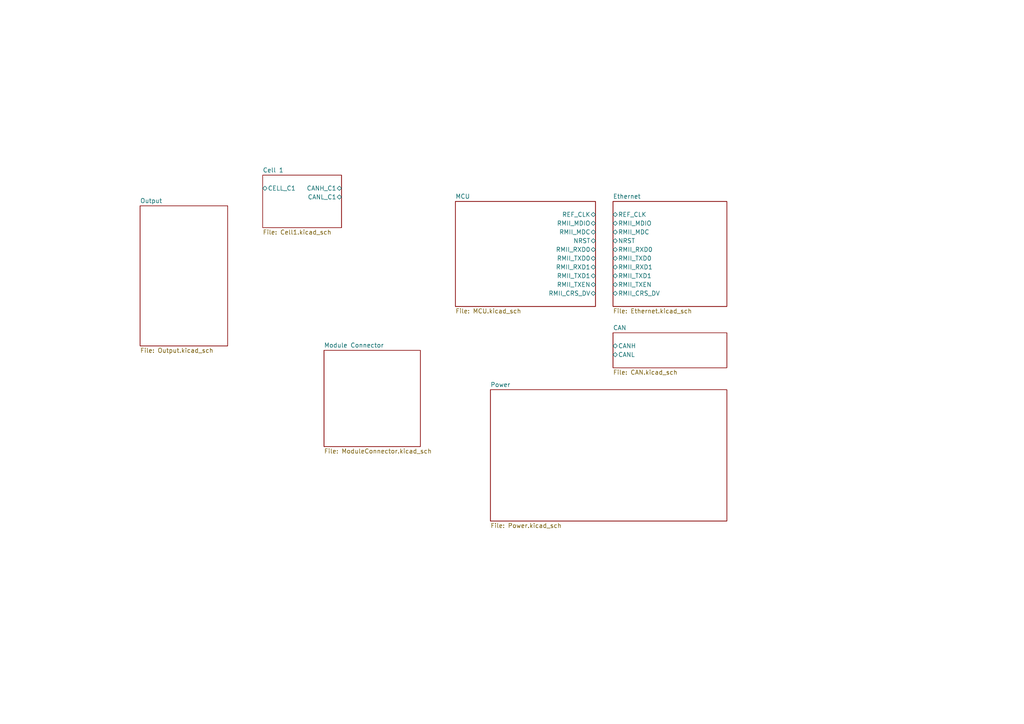
<source format=kicad_sch>
(kicad_sch
	(version 20231120)
	(generator "eeschema")
	(generator_version "8.0")
	(uuid "65cd6103-a85c-466d-b20c-84253dfc9c3b")
	(paper "A4")
	(lib_symbols)
	(sheet
		(at 177.8 58.42)
		(size 33.02 30.48)
		(fields_autoplaced yes)
		(stroke
			(width 0.1524)
			(type solid)
		)
		(fill
			(color 0 0 0 0.0000)
		)
		(uuid "2411c06e-bc5c-4145-869b-f58cbeec099c")
		(property "Sheetname" "Ethernet"
			(at 177.8 57.7084 0)
			(effects
				(font
					(size 1.27 1.27)
				)
				(justify left bottom)
			)
		)
		(property "Sheetfile" "Ethernet.kicad_sch"
			(at 177.8 89.4846 0)
			(effects
				(font
					(size 1.27 1.27)
				)
				(justify left top)
			)
		)
		(pin "REF_CLK" bidirectional
			(at 177.8 62.23 180)
			(effects
				(font
					(size 1.27 1.27)
				)
				(justify left)
			)
			(uuid "1d8454de-bc33-451e-b9a3-92ac12970cf9")
		)
		(pin "RMII_MDIO" bidirectional
			(at 177.8 64.77 180)
			(effects
				(font
					(size 1.27 1.27)
				)
				(justify left)
			)
			(uuid "7388fe4e-ef4c-4105-aa23-6b6f42c90ba4")
		)
		(pin "RMII_MDC" bidirectional
			(at 177.8 67.31 180)
			(effects
				(font
					(size 1.27 1.27)
				)
				(justify left)
			)
			(uuid "e902bba1-780e-4eeb-8668-a7057cf9aa4f")
		)
		(pin "NRST" bidirectional
			(at 177.8 69.85 180)
			(effects
				(font
					(size 1.27 1.27)
				)
				(justify left)
			)
			(uuid "af7f7210-bf5e-4957-a95e-2f6a1c0c3273")
		)
		(pin "RMII_TXD1" bidirectional
			(at 177.8 80.01 180)
			(effects
				(font
					(size 1.27 1.27)
				)
				(justify left)
			)
			(uuid "3f3f9fed-019b-4b21-aa79-96455a1571f7")
		)
		(pin "RMII_CRS_DV" bidirectional
			(at 177.8 85.09 180)
			(effects
				(font
					(size 1.27 1.27)
				)
				(justify left)
			)
			(uuid "4ec3e617-a7b9-4c43-9be1-a99c24a13926")
		)
		(pin "RMII_RXD1" bidirectional
			(at 177.8 77.47 180)
			(effects
				(font
					(size 1.27 1.27)
				)
				(justify left)
			)
			(uuid "76760b32-48c1-4019-8699-ce282842826e")
		)
		(pin "RMII_TXD0" bidirectional
			(at 177.8 74.93 180)
			(effects
				(font
					(size 1.27 1.27)
				)
				(justify left)
			)
			(uuid "145a19d3-2c83-480b-b581-8af1f7c10be6")
		)
		(pin "RMII_TXEN" bidirectional
			(at 177.8 82.55 180)
			(effects
				(font
					(size 1.27 1.27)
				)
				(justify left)
			)
			(uuid "b95e8146-0eb2-4e5d-82f9-813065ab21d8")
		)
		(pin "RMII_RXD0" bidirectional
			(at 177.8 72.39 180)
			(effects
				(font
					(size 1.27 1.27)
				)
				(justify left)
			)
			(uuid "50fd63a6-743e-43dc-b60e-8a9329052340")
		)
		(instances
			(project "ETH1SBATT12"
				(path "/65cd6103-a85c-466d-b20c-84253dfc9c3b"
					(page "5")
				)
			)
		)
	)
	(sheet
		(at 76.2 50.8)
		(size 22.86 15.24)
		(fields_autoplaced yes)
		(stroke
			(width 0.1524)
			(type solid)
		)
		(fill
			(color 0 0 0 0.0000)
		)
		(uuid "3e651df3-0566-4309-89d7-38ab8df0476f")
		(property "Sheetname" "Cell 1"
			(at 76.2 50.0884 0)
			(effects
				(font
					(size 1.27 1.27)
				)
				(justify left bottom)
			)
		)
		(property "Sheetfile" "Cell1.kicad_sch"
			(at 76.2 66.6246 0)
			(effects
				(font
					(size 1.27 1.27)
				)
				(justify left top)
			)
		)
		(pin "CELL_C1" bidirectional
			(at 76.2 54.61 180)
			(effects
				(font
					(size 1.27 1.27)
				)
				(justify left)
			)
			(uuid "566b0f32-6ff3-4edd-a3b5-9c3a6cfc2730")
		)
		(pin "CANH_C1" bidirectional
			(at 99.06 54.61 0)
			(effects
				(font
					(size 1.27 1.27)
				)
				(justify right)
			)
			(uuid "f8a333e4-84ae-4134-9295-d083c4146b18")
		)
		(pin "CANL_C1" bidirectional
			(at 99.06 57.15 0)
			(effects
				(font
					(size 1.27 1.27)
				)
				(justify right)
			)
			(uuid "8ad603bd-f2fc-4382-87a8-eec7f48f3fa1")
		)
		(instances
			(project "ETH1SBATT12"
				(path "/65cd6103-a85c-466d-b20c-84253dfc9c3b"
					(page "2")
				)
			)
		)
	)
	(sheet
		(at 142.24 113.03)
		(size 68.58 38.1)
		(fields_autoplaced yes)
		(stroke
			(width 0.1524)
			(type solid)
		)
		(fill
			(color 0 0 0 0.0000)
		)
		(uuid "4d58e4a8-4d9c-4305-8610-7e2299c38173")
		(property "Sheetname" "Power"
			(at 142.24 112.3184 0)
			(effects
				(font
					(size 1.27 1.27)
				)
				(justify left bottom)
			)
		)
		(property "Sheetfile" "Power.kicad_sch"
			(at 142.24 151.7146 0)
			(effects
				(font
					(size 1.27 1.27)
				)
				(justify left top)
			)
		)
		(instances
			(project "ETH1SBATT12"
				(path "/65cd6103-a85c-466d-b20c-84253dfc9c3b"
					(page "3")
				)
			)
		)
	)
	(sheet
		(at 93.98 101.6)
		(size 27.94 27.94)
		(fields_autoplaced yes)
		(stroke
			(width 0.1524)
			(type solid)
		)
		(fill
			(color 0 0 0 0.0000)
		)
		(uuid "7e830670-3ea3-4995-b85e-fb10b92d4f58")
		(property "Sheetname" "Module Connector"
			(at 93.98 100.8884 0)
			(effects
				(font
					(size 1.27 1.27)
				)
				(justify left bottom)
			)
		)
		(property "Sheetfile" "ModuleConnector.kicad_sch"
			(at 93.98 130.1246 0)
			(effects
				(font
					(size 1.27 1.27)
				)
				(justify left top)
			)
		)
		(instances
			(project "ETH1SBATT12"
				(path "/65cd6103-a85c-466d-b20c-84253dfc9c3b"
					(page "8")
				)
			)
		)
	)
	(sheet
		(at 132.08 58.42)
		(size 40.64 30.48)
		(fields_autoplaced yes)
		(stroke
			(width 0.1524)
			(type solid)
		)
		(fill
			(color 0 0 0 0.0000)
		)
		(uuid "8af6cdce-6a4f-44e7-a435-13226720c781")
		(property "Sheetname" "MCU"
			(at 132.08 57.7084 0)
			(effects
				(font
					(size 1.27 1.27)
				)
				(justify left bottom)
			)
		)
		(property "Sheetfile" "MCU.kicad_sch"
			(at 132.08 89.4846 0)
			(effects
				(font
					(size 1.27 1.27)
				)
				(justify left top)
			)
		)
		(pin "NRST" bidirectional
			(at 172.72 69.85 0)
			(effects
				(font
					(size 1.27 1.27)
				)
				(justify right)
			)
			(uuid "f1f1501d-68a3-44da-af3d-0ee935ced3ba")
		)
		(pin "RMII_MDIO" bidirectional
			(at 172.72 64.77 0)
			(effects
				(font
					(size 1.27 1.27)
				)
				(justify right)
			)
			(uuid "cb11db3e-e474-426d-a94e-9c584e614e2a")
		)
		(pin "RMII_CRS_DV" bidirectional
			(at 172.72 85.09 0)
			(effects
				(font
					(size 1.27 1.27)
				)
				(justify right)
			)
			(uuid "4d7a9b0e-df8a-4f1e-bd8a-d773aae5cdfe")
		)
		(pin "REF_CLK" bidirectional
			(at 172.72 62.23 0)
			(effects
				(font
					(size 1.27 1.27)
				)
				(justify right)
			)
			(uuid "40b0cd02-2d38-4d2c-a44b-852c6fd1d508")
		)
		(pin "RMII_TXD1" bidirectional
			(at 172.72 80.01 0)
			(effects
				(font
					(size 1.27 1.27)
				)
				(justify right)
			)
			(uuid "e2231d12-8430-416c-ac26-8cef9b8584d9")
		)
		(pin "RMII_TXEN" bidirectional
			(at 172.72 82.55 0)
			(effects
				(font
					(size 1.27 1.27)
				)
				(justify right)
			)
			(uuid "ce5ccaef-f399-4f20-8049-c4c95cdaac6f")
		)
		(pin "RMII_TXD0" bidirectional
			(at 172.72 74.93 0)
			(effects
				(font
					(size 1.27 1.27)
				)
				(justify right)
			)
			(uuid "c6ca03f2-e022-4178-857a-7b7a754e4666")
		)
		(pin "RMII_MDC" bidirectional
			(at 172.72 67.31 0)
			(effects
				(font
					(size 1.27 1.27)
				)
				(justify right)
			)
			(uuid "ba38ba24-2312-4106-9fbe-6f0659595b56")
		)
		(pin "RMII_RXD0" bidirectional
			(at 172.72 72.39 0)
			(effects
				(font
					(size 1.27 1.27)
				)
				(justify right)
			)
			(uuid "c2bf8df2-3197-4d82-975e-611d90db309d")
		)
		(pin "RMII_RXD1" bidirectional
			(at 172.72 77.47 0)
			(effects
				(font
					(size 1.27 1.27)
				)
				(justify right)
			)
			(uuid "446b2185-6dde-466f-a1f8-70597931f10c")
		)
		(instances
			(project "ETH1SBATT12"
				(path "/65cd6103-a85c-466d-b20c-84253dfc9c3b"
					(page "6")
				)
			)
		)
	)
	(sheet
		(at 40.64 59.69)
		(size 25.4 40.64)
		(fields_autoplaced yes)
		(stroke
			(width 0.1524)
			(type solid)
		)
		(fill
			(color 0 0 0 0.0000)
		)
		(uuid "cfacee73-b395-42e1-9206-4e9c04483aa0")
		(property "Sheetname" "Output"
			(at 40.64 58.9784 0)
			(effects
				(font
					(size 1.27 1.27)
				)
				(justify left bottom)
			)
		)
		(property "Sheetfile" "Output.kicad_sch"
			(at 40.64 100.9146 0)
			(effects
				(font
					(size 1.27 1.27)
				)
				(justify left top)
			)
		)
		(instances
			(project "ETH1SBATT12"
				(path "/65cd6103-a85c-466d-b20c-84253dfc9c3b"
					(page "4")
				)
			)
		)
	)
	(sheet
		(at 177.8 96.52)
		(size 33.02 10.16)
		(fields_autoplaced yes)
		(stroke
			(width 0.1524)
			(type solid)
		)
		(fill
			(color 0 0 0 0.0000)
		)
		(uuid "e5033c24-3fc3-4959-9c90-ec7b4f122317")
		(property "Sheetname" "CAN"
			(at 177.8 95.8084 0)
			(effects
				(font
					(size 1.27 1.27)
				)
				(justify left bottom)
			)
		)
		(property "Sheetfile" "CAN.kicad_sch"
			(at 177.8 107.2646 0)
			(effects
				(font
					(size 1.27 1.27)
				)
				(justify left top)
			)
		)
		(pin "CANL" bidirectional
			(at 177.8 102.87 180)
			(effects
				(font
					(size 1.27 1.27)
				)
				(justify left)
			)
			(uuid "af0b8891-4fa5-4307-a43b-7eb029081ba8")
		)
		(pin "CANH" bidirectional
			(at 177.8 100.33 180)
			(effects
				(font
					(size 1.27 1.27)
				)
				(justify left)
			)
			(uuid "66ecd20f-7069-43f3-98f5-873465331cc4")
		)
		(instances
			(project "ETH1SBATT12"
				(path "/65cd6103-a85c-466d-b20c-84253dfc9c3b"
					(page "7")
				)
			)
		)
	)
	(sheet_instances
		(path "/"
			(page "1")
		)
	)
)

</source>
